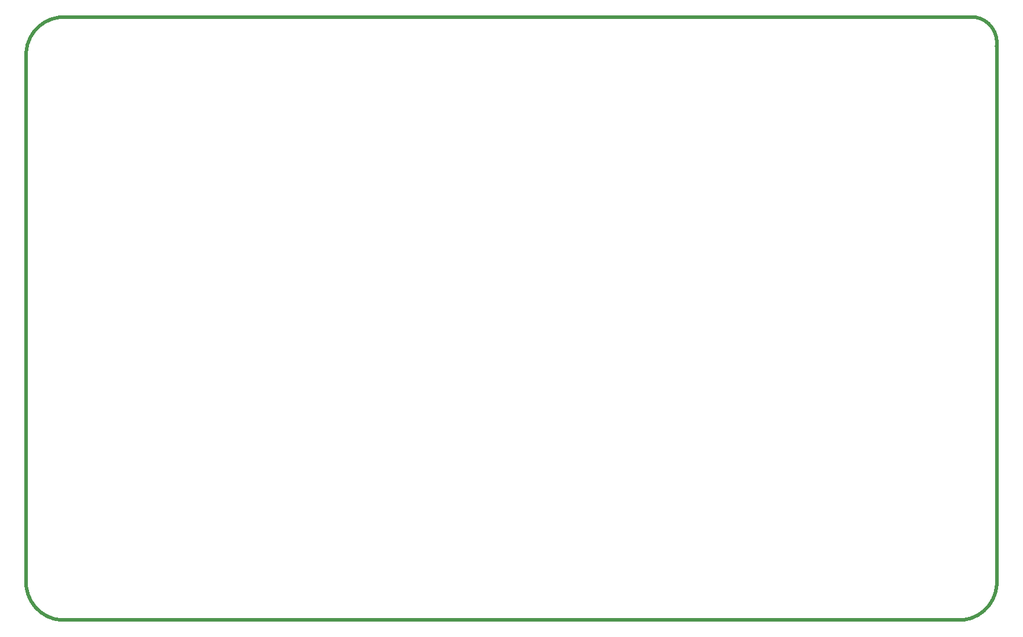
<source format=gm1>
G04 #@! TF.FileFunction,Profile,NP*
%FSLAX46Y46*%
G04 Gerber Fmt 4.6, Leading zero omitted, Abs format (unit mm)*
G04 Created by KiCad (PCBNEW 4.0.2+dfsg1-2~bpo8+1-stable) date vie 30 sep 2016 00:33:51 ART*
%MOMM*%
G01*
G04 APERTURE LIST*
%ADD10C,0.150000*%
%ADD11C,0.508000*%
%ADD12C,0.100000*%
G04 APERTURE END LIST*
D10*
D11*
X46218400Y-117349000D02*
X174259800Y-117349000D01*
D12*
X41189200Y-111938800D02*
X41214600Y-111938800D01*
D11*
X41189200Y-36119800D02*
X41189200Y-111938800D01*
X46955000Y-31116000D02*
G75*
G03X41189200Y-36119800I-381000J-5384800D01*
G01*
X41189200Y-111583200D02*
G75*
G03X46193000Y-117349000I5384800J-381000D01*
G01*
X179924000Y-112345200D02*
X179924000Y-35002200D01*
X174158200Y-117349000D02*
G75*
G03X179924000Y-112345200I381000J5384800D01*
G01*
X176749000Y-31116000D02*
X47031200Y-31116000D01*
X179898600Y-35332400D02*
G75*
G03X176799800Y-31116000I-3657600J558800D01*
G01*
M02*

</source>
